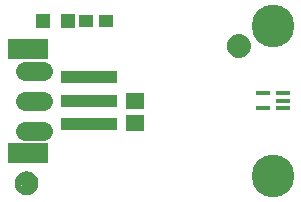
<source format=gbr>
G04 EAGLE Gerber RS-274X export*
G75*
%MOMM*%
%FSLAX34Y34*%
%LPD*%
%INSoldermask Top*%
%IPPOS*%
%AMOC8*
5,1,8,0,0,1.08239X$1,22.5*%
G01*
%ADD10C,1.101600*%
%ADD11C,0.500000*%
%ADD12R,1.601600X1.341600*%
%ADD13R,1.301600X1.301600*%
%ADD14R,1.176600X1.101600*%
%ADD15C,3.617600*%
%ADD16C,1.609600*%
%ADD17R,4.701600X1.101600*%
%ADD18R,3.501600X1.701600*%
%ADD19R,1.251600X0.451600*%


D10*
X20320Y19050D03*
D11*
X20320Y26550D02*
X20139Y26548D01*
X19958Y26541D01*
X19777Y26530D01*
X19596Y26515D01*
X19416Y26495D01*
X19236Y26471D01*
X19057Y26443D01*
X18879Y26410D01*
X18702Y26373D01*
X18525Y26332D01*
X18350Y26287D01*
X18175Y26237D01*
X18002Y26183D01*
X17831Y26125D01*
X17660Y26063D01*
X17492Y25996D01*
X17325Y25926D01*
X17159Y25852D01*
X16996Y25773D01*
X16835Y25691D01*
X16675Y25605D01*
X16518Y25515D01*
X16363Y25421D01*
X16210Y25324D01*
X16060Y25222D01*
X15912Y25118D01*
X15766Y25009D01*
X15624Y24898D01*
X15484Y24782D01*
X15347Y24664D01*
X15212Y24542D01*
X15081Y24417D01*
X14953Y24289D01*
X14828Y24158D01*
X14706Y24023D01*
X14588Y23886D01*
X14472Y23746D01*
X14361Y23604D01*
X14252Y23458D01*
X14148Y23310D01*
X14046Y23160D01*
X13949Y23007D01*
X13855Y22852D01*
X13765Y22695D01*
X13679Y22535D01*
X13597Y22374D01*
X13518Y22211D01*
X13444Y22045D01*
X13374Y21878D01*
X13307Y21710D01*
X13245Y21539D01*
X13187Y21368D01*
X13133Y21195D01*
X13083Y21020D01*
X13038Y20845D01*
X12997Y20668D01*
X12960Y20491D01*
X12927Y20313D01*
X12899Y20134D01*
X12875Y19954D01*
X12855Y19774D01*
X12840Y19593D01*
X12829Y19412D01*
X12822Y19231D01*
X12820Y19050D01*
X20320Y26550D02*
X20501Y26548D01*
X20682Y26541D01*
X20863Y26530D01*
X21044Y26515D01*
X21224Y26495D01*
X21404Y26471D01*
X21583Y26443D01*
X21761Y26410D01*
X21938Y26373D01*
X22115Y26332D01*
X22290Y26287D01*
X22465Y26237D01*
X22638Y26183D01*
X22809Y26125D01*
X22980Y26063D01*
X23148Y25996D01*
X23315Y25926D01*
X23481Y25852D01*
X23644Y25773D01*
X23805Y25691D01*
X23965Y25605D01*
X24122Y25515D01*
X24277Y25421D01*
X24430Y25324D01*
X24580Y25222D01*
X24728Y25118D01*
X24874Y25009D01*
X25016Y24898D01*
X25156Y24782D01*
X25293Y24664D01*
X25428Y24542D01*
X25559Y24417D01*
X25687Y24289D01*
X25812Y24158D01*
X25934Y24023D01*
X26052Y23886D01*
X26168Y23746D01*
X26279Y23604D01*
X26388Y23458D01*
X26492Y23310D01*
X26594Y23160D01*
X26691Y23007D01*
X26785Y22852D01*
X26875Y22695D01*
X26961Y22535D01*
X27043Y22374D01*
X27122Y22211D01*
X27196Y22045D01*
X27266Y21878D01*
X27333Y21710D01*
X27395Y21539D01*
X27453Y21368D01*
X27507Y21195D01*
X27557Y21020D01*
X27602Y20845D01*
X27643Y20668D01*
X27680Y20491D01*
X27713Y20313D01*
X27741Y20134D01*
X27765Y19954D01*
X27785Y19774D01*
X27800Y19593D01*
X27811Y19412D01*
X27818Y19231D01*
X27820Y19050D01*
X27818Y18869D01*
X27811Y18688D01*
X27800Y18507D01*
X27785Y18326D01*
X27765Y18146D01*
X27741Y17966D01*
X27713Y17787D01*
X27680Y17609D01*
X27643Y17432D01*
X27602Y17255D01*
X27557Y17080D01*
X27507Y16905D01*
X27453Y16732D01*
X27395Y16561D01*
X27333Y16390D01*
X27266Y16222D01*
X27196Y16055D01*
X27122Y15889D01*
X27043Y15726D01*
X26961Y15565D01*
X26875Y15405D01*
X26785Y15248D01*
X26691Y15093D01*
X26594Y14940D01*
X26492Y14790D01*
X26388Y14642D01*
X26279Y14496D01*
X26168Y14354D01*
X26052Y14214D01*
X25934Y14077D01*
X25812Y13942D01*
X25687Y13811D01*
X25559Y13683D01*
X25428Y13558D01*
X25293Y13436D01*
X25156Y13318D01*
X25016Y13202D01*
X24874Y13091D01*
X24728Y12982D01*
X24580Y12878D01*
X24430Y12776D01*
X24277Y12679D01*
X24122Y12585D01*
X23965Y12495D01*
X23805Y12409D01*
X23644Y12327D01*
X23481Y12248D01*
X23315Y12174D01*
X23148Y12104D01*
X22980Y12037D01*
X22809Y11975D01*
X22638Y11917D01*
X22465Y11863D01*
X22290Y11813D01*
X22115Y11768D01*
X21938Y11727D01*
X21761Y11690D01*
X21583Y11657D01*
X21404Y11629D01*
X21224Y11605D01*
X21044Y11585D01*
X20863Y11570D01*
X20682Y11559D01*
X20501Y11552D01*
X20320Y11550D01*
X20139Y11552D01*
X19958Y11559D01*
X19777Y11570D01*
X19596Y11585D01*
X19416Y11605D01*
X19236Y11629D01*
X19057Y11657D01*
X18879Y11690D01*
X18702Y11727D01*
X18525Y11768D01*
X18350Y11813D01*
X18175Y11863D01*
X18002Y11917D01*
X17831Y11975D01*
X17660Y12037D01*
X17492Y12104D01*
X17325Y12174D01*
X17159Y12248D01*
X16996Y12327D01*
X16835Y12409D01*
X16675Y12495D01*
X16518Y12585D01*
X16363Y12679D01*
X16210Y12776D01*
X16060Y12878D01*
X15912Y12982D01*
X15766Y13091D01*
X15624Y13202D01*
X15484Y13318D01*
X15347Y13436D01*
X15212Y13558D01*
X15081Y13683D01*
X14953Y13811D01*
X14828Y13942D01*
X14706Y14077D01*
X14588Y14214D01*
X14472Y14354D01*
X14361Y14496D01*
X14252Y14642D01*
X14148Y14790D01*
X14046Y14940D01*
X13949Y15093D01*
X13855Y15248D01*
X13765Y15405D01*
X13679Y15565D01*
X13597Y15726D01*
X13518Y15889D01*
X13444Y16055D01*
X13374Y16222D01*
X13307Y16390D01*
X13245Y16561D01*
X13187Y16732D01*
X13133Y16905D01*
X13083Y17080D01*
X13038Y17255D01*
X12997Y17432D01*
X12960Y17609D01*
X12927Y17787D01*
X12899Y17966D01*
X12875Y18146D01*
X12855Y18326D01*
X12840Y18507D01*
X12829Y18688D01*
X12822Y18869D01*
X12820Y19050D01*
D10*
X200025Y135255D03*
D11*
X200025Y142755D02*
X199844Y142753D01*
X199663Y142746D01*
X199482Y142735D01*
X199301Y142720D01*
X199121Y142700D01*
X198941Y142676D01*
X198762Y142648D01*
X198584Y142615D01*
X198407Y142578D01*
X198230Y142537D01*
X198055Y142492D01*
X197880Y142442D01*
X197707Y142388D01*
X197536Y142330D01*
X197365Y142268D01*
X197197Y142201D01*
X197030Y142131D01*
X196864Y142057D01*
X196701Y141978D01*
X196540Y141896D01*
X196380Y141810D01*
X196223Y141720D01*
X196068Y141626D01*
X195915Y141529D01*
X195765Y141427D01*
X195617Y141323D01*
X195471Y141214D01*
X195329Y141103D01*
X195189Y140987D01*
X195052Y140869D01*
X194917Y140747D01*
X194786Y140622D01*
X194658Y140494D01*
X194533Y140363D01*
X194411Y140228D01*
X194293Y140091D01*
X194177Y139951D01*
X194066Y139809D01*
X193957Y139663D01*
X193853Y139515D01*
X193751Y139365D01*
X193654Y139212D01*
X193560Y139057D01*
X193470Y138900D01*
X193384Y138740D01*
X193302Y138579D01*
X193223Y138416D01*
X193149Y138250D01*
X193079Y138083D01*
X193012Y137915D01*
X192950Y137744D01*
X192892Y137573D01*
X192838Y137400D01*
X192788Y137225D01*
X192743Y137050D01*
X192702Y136873D01*
X192665Y136696D01*
X192632Y136518D01*
X192604Y136339D01*
X192580Y136159D01*
X192560Y135979D01*
X192545Y135798D01*
X192534Y135617D01*
X192527Y135436D01*
X192525Y135255D01*
X200025Y142755D02*
X200206Y142753D01*
X200387Y142746D01*
X200568Y142735D01*
X200749Y142720D01*
X200929Y142700D01*
X201109Y142676D01*
X201288Y142648D01*
X201466Y142615D01*
X201643Y142578D01*
X201820Y142537D01*
X201995Y142492D01*
X202170Y142442D01*
X202343Y142388D01*
X202514Y142330D01*
X202685Y142268D01*
X202853Y142201D01*
X203020Y142131D01*
X203186Y142057D01*
X203349Y141978D01*
X203510Y141896D01*
X203670Y141810D01*
X203827Y141720D01*
X203982Y141626D01*
X204135Y141529D01*
X204285Y141427D01*
X204433Y141323D01*
X204579Y141214D01*
X204721Y141103D01*
X204861Y140987D01*
X204998Y140869D01*
X205133Y140747D01*
X205264Y140622D01*
X205392Y140494D01*
X205517Y140363D01*
X205639Y140228D01*
X205757Y140091D01*
X205873Y139951D01*
X205984Y139809D01*
X206093Y139663D01*
X206197Y139515D01*
X206299Y139365D01*
X206396Y139212D01*
X206490Y139057D01*
X206580Y138900D01*
X206666Y138740D01*
X206748Y138579D01*
X206827Y138416D01*
X206901Y138250D01*
X206971Y138083D01*
X207038Y137915D01*
X207100Y137744D01*
X207158Y137573D01*
X207212Y137400D01*
X207262Y137225D01*
X207307Y137050D01*
X207348Y136873D01*
X207385Y136696D01*
X207418Y136518D01*
X207446Y136339D01*
X207470Y136159D01*
X207490Y135979D01*
X207505Y135798D01*
X207516Y135617D01*
X207523Y135436D01*
X207525Y135255D01*
X207523Y135074D01*
X207516Y134893D01*
X207505Y134712D01*
X207490Y134531D01*
X207470Y134351D01*
X207446Y134171D01*
X207418Y133992D01*
X207385Y133814D01*
X207348Y133637D01*
X207307Y133460D01*
X207262Y133285D01*
X207212Y133110D01*
X207158Y132937D01*
X207100Y132766D01*
X207038Y132595D01*
X206971Y132427D01*
X206901Y132260D01*
X206827Y132094D01*
X206748Y131931D01*
X206666Y131770D01*
X206580Y131610D01*
X206490Y131453D01*
X206396Y131298D01*
X206299Y131145D01*
X206197Y130995D01*
X206093Y130847D01*
X205984Y130701D01*
X205873Y130559D01*
X205757Y130419D01*
X205639Y130282D01*
X205517Y130147D01*
X205392Y130016D01*
X205264Y129888D01*
X205133Y129763D01*
X204998Y129641D01*
X204861Y129523D01*
X204721Y129407D01*
X204579Y129296D01*
X204433Y129187D01*
X204285Y129083D01*
X204135Y128981D01*
X203982Y128884D01*
X203827Y128790D01*
X203670Y128700D01*
X203510Y128614D01*
X203349Y128532D01*
X203186Y128453D01*
X203020Y128379D01*
X202853Y128309D01*
X202685Y128242D01*
X202514Y128180D01*
X202343Y128122D01*
X202170Y128068D01*
X201995Y128018D01*
X201820Y127973D01*
X201643Y127932D01*
X201466Y127895D01*
X201288Y127862D01*
X201109Y127834D01*
X200929Y127810D01*
X200749Y127790D01*
X200568Y127775D01*
X200387Y127764D01*
X200206Y127757D01*
X200025Y127755D01*
X199844Y127757D01*
X199663Y127764D01*
X199482Y127775D01*
X199301Y127790D01*
X199121Y127810D01*
X198941Y127834D01*
X198762Y127862D01*
X198584Y127895D01*
X198407Y127932D01*
X198230Y127973D01*
X198055Y128018D01*
X197880Y128068D01*
X197707Y128122D01*
X197536Y128180D01*
X197365Y128242D01*
X197197Y128309D01*
X197030Y128379D01*
X196864Y128453D01*
X196701Y128532D01*
X196540Y128614D01*
X196380Y128700D01*
X196223Y128790D01*
X196068Y128884D01*
X195915Y128981D01*
X195765Y129083D01*
X195617Y129187D01*
X195471Y129296D01*
X195329Y129407D01*
X195189Y129523D01*
X195052Y129641D01*
X194917Y129763D01*
X194786Y129888D01*
X194658Y130016D01*
X194533Y130147D01*
X194411Y130282D01*
X194293Y130419D01*
X194177Y130559D01*
X194066Y130701D01*
X193957Y130847D01*
X193853Y130995D01*
X193751Y131145D01*
X193654Y131298D01*
X193560Y131453D01*
X193470Y131610D01*
X193384Y131770D01*
X193302Y131931D01*
X193223Y132094D01*
X193149Y132260D01*
X193079Y132427D01*
X193012Y132595D01*
X192950Y132766D01*
X192892Y132937D01*
X192838Y133110D01*
X192788Y133285D01*
X192743Y133460D01*
X192702Y133637D01*
X192665Y133814D01*
X192632Y133992D01*
X192604Y134171D01*
X192580Y134351D01*
X192560Y134531D01*
X192545Y134712D01*
X192534Y134893D01*
X192527Y135074D01*
X192525Y135255D01*
D12*
X111760Y88875D03*
X111760Y69875D03*
D13*
X33950Y156210D03*
X54950Y156210D03*
D14*
X70240Y156210D03*
X87240Y156210D03*
D15*
X228600Y25400D03*
X228600Y152400D03*
D16*
X34210Y114300D02*
X19130Y114300D01*
X19130Y88900D02*
X34210Y88900D01*
X34210Y63500D02*
X19130Y63500D01*
D17*
X73355Y68900D03*
X73355Y88900D03*
D18*
X21355Y44900D03*
X21355Y132900D03*
D17*
X73355Y108900D03*
D19*
X237100Y82400D03*
X237100Y88900D03*
X237100Y95400D03*
X220100Y95400D03*
X220100Y82400D03*
M02*

</source>
